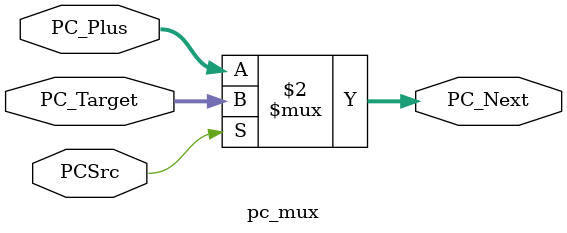
<source format=sv>
module pc_mux#(
    parameter PC_WIDTH = 32
)(
    input logic PCSrc,
    input logic [PC_WIDTH-1:0] PC_Plus,
    input logic [PC_WIDTH-1:0] PC_Target,
    output logic [PC_WIDTH-1:0] PC_Next
);
    always_comb begin
        PC_Next = PCSrc ? PC_Target : PC_Plus;
    end

endmodule


</source>
